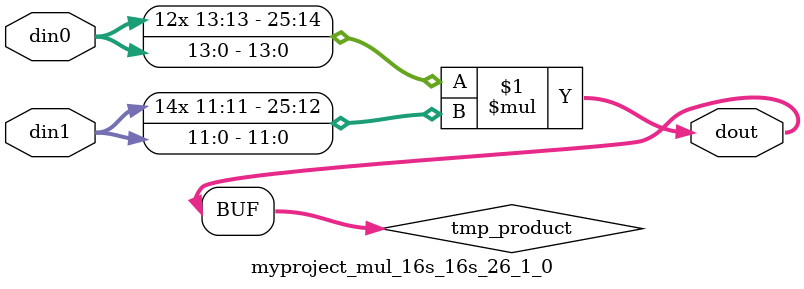
<source format=v>

`timescale 1 ns / 1 ps

  module myproject_mul_16s_16s_26_1_0(din0, din1, dout);
parameter ID = 1;
parameter NUM_STAGE = 0;
parameter din0_WIDTH = 14;
parameter din1_WIDTH = 12;
parameter dout_WIDTH = 26;

input [din0_WIDTH - 1 : 0] din0; 
input [din1_WIDTH - 1 : 0] din1; 
output [dout_WIDTH - 1 : 0] dout;

wire signed [dout_WIDTH - 1 : 0] tmp_product;













assign tmp_product = $signed(din0) * $signed(din1);








assign dout = tmp_product;







endmodule

</source>
